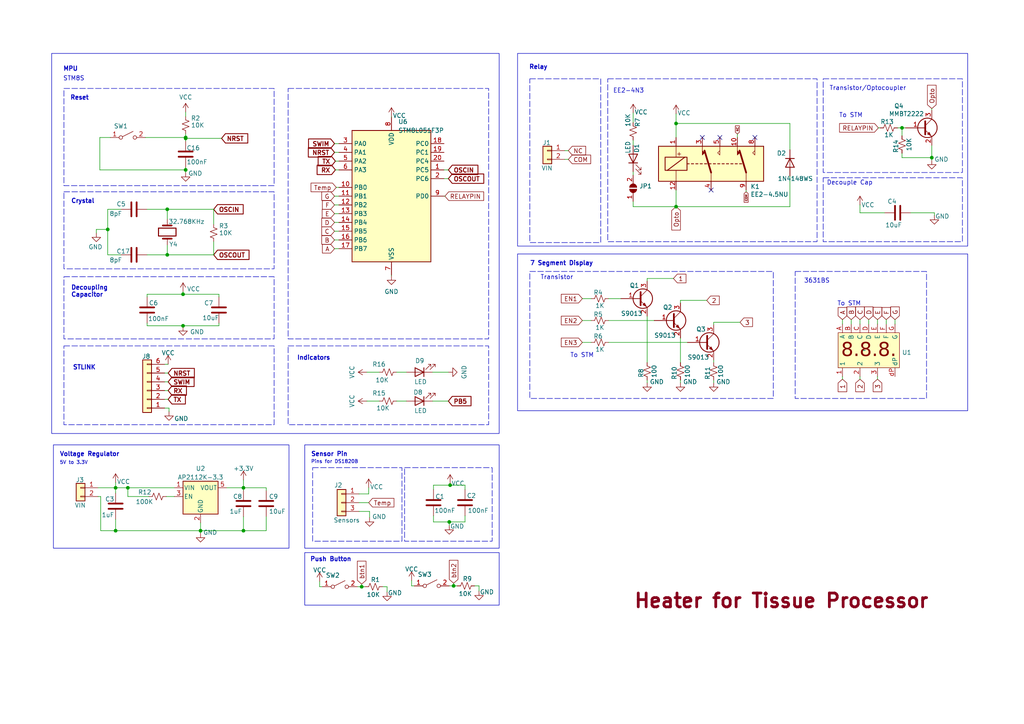
<source format=kicad_sch>
(kicad_sch (version 20230121) (generator eeschema)
  (paper "A4")
  (lib_symbols
    (symbol "3631BS_7_Segment_1"
      (property "Reference" "U" (at 11.43 5.08 0))
      (symbol "3631BS_7_Segment_1_0_1"
        (text "8.8.8." (at 1.27 1.27 0) (effects (font (size 4 4))))
      )
      (symbol "3631BS_7_Segment_1_1_1"
        (pin input line (at -6.35 -6.35 90) (length 2.54) (name "1") (number "1"))
        (pin input line (at -1.27 -6.35 90) (length 2.54) (name "2") (number "2"))
        (pin input line (at 3.81 -6.35 90) (length 2.54) (name "3") (number "3"))
        (pin input line (at -6.35 8.89 270) (length 2.54) (name "A") (number "A"))
        (pin input line (at -3.81 8.89 270) (length 2.54) (name "B") (number "B"))
        (pin input line (at -1.27 8.89 270) (length 2.54) (name "C") (number "C"))
        (pin input line (at 1.27 8.89 270) (length 2.54) (name "D") (number "D"))
        (pin input line (at 3.81 8.89 270) (length 2.54) (name "E") (number "E"))
        (pin input line (at 6.35 8.89 270) (length 2.54) (name "F") (number "F"))
        (pin input line (at 8.89 8.89 270) (length 2.54) (name "G") (number "G"))
        (pin input line (at 8.89 -6.35 90) (length 2.54) (name "dP") (number "dP"))
      )
    )
    (symbol "Connector_Generic:Conn_01x02" (pin_names (offset 1.016) hide)
      (property "Reference" "J" (at 0 2.54 0))
      (property "Value" "Conn_01x02" (at 0 -5.08 0))
      (symbol "Conn_01x02_1_1"
        (pin passive line (at -5.08 0 0) (length 3.81) (name "Pin_1") (number "1"))
        (pin passive line (at -5.08 -2.54 0) (length 3.81) (name "Pin_2") (number "2"))
      )
    )
    (symbol "Connector_Generic:Conn_01x03" (pin_names (offset 1.016) hide)
      (property "Reference" "J" (at 0 5.08 0))
      (property "Value" "Conn_01x03" (at 0 -5.08 0))
      (symbol "Conn_01x03_1_1"
        (pin passive line (at -5.08 2.54 0) (length 3.81) (name "Pin_1") (number "1"))
        (pin passive line (at -5.08 0 0) (length 3.81) (name "Pin_2") (number "2"))
        (pin passive line (at -5.08 -2.54 0) (length 3.81) (name "Pin_3") (number "3"))
      )
    )
    (symbol "Connector_Generic:Conn_01x06" (pin_names (offset 1.016) hide)
      (property "Reference" "J" (at 0 7.62 0))
      (property "Value" "Conn_01x06" (at 0 -10.16 0))
      (symbol "Conn_01x06_1_1"
        (pin passive line (at -5.08 5.08 0) (length 3.81) (name "Pin_1") (number "1"))
        (pin passive line (at -5.08 2.54 0) (length 3.81) (name "Pin_2") (number "2"))
        (pin passive line (at -5.08 0 0) (length 3.81) (name "Pin_3") (number "3"))
        (pin passive line (at -5.08 -2.54 0) (length 3.81) (name "Pin_4") (number "4"))
        (pin passive line (at -5.08 -5.08 0) (length 3.81) (name "Pin_5") (number "5"))
        (pin passive line (at -5.08 -7.62 0) (length 3.81) (name "Pin_6") (number "6"))
      )
    )
    (symbol "Device:C" (pin_numbers hide) (pin_names (offset 0.254))
      (property "Reference" "C" (at 0.635 2.54 0))
      (property "Value" "C" (at 0.635 -2.54 0))
      (symbol "C_1_1"
        (pin passive line (at 0 3.81 270) (length 2.794) (name "~") (number "1"))
        (pin passive line (at 0 -3.81 90) (length 2.794) (name "~") (number "2"))
      )
    )
    (symbol "Device:Crystal" (pin_numbers hide) (pin_names (offset 1.016) hide)
      (property "Reference" "Y" (at 0 3.81 0))
      (property "Value" "Crystal" (at 0 -3.81 0))
      (symbol "Crystal_1_1"
        (pin passive line (at -3.81 0 0) (length 1.27) (name "1") (number "1"))
        (pin passive line (at 3.81 0 180) (length 1.27) (name "2") (number "2"))
      )
    )
    (symbol "Device:LED" (pin_numbers hide) (pin_names (offset 1.016) hide)
      (property "Reference" "D" (at 0 2.54 0))
      (property "Value" "LED" (at 0 -2.54 0))
      (symbol "LED_1_1"
        (pin passive line (at -3.81 0 0) (length 2.54) (name "K") (number "1"))
        (pin passive line (at 3.81 0 180) (length 2.54) (name "A") (number "2"))
      )
    )
    (symbol "Device:R_Small_US" (pin_numbers hide) (pin_names (offset 0.254) hide)
      (property "Reference" "R" (at 0.762 0.508 0))
      (property "Value" "R_Small_US" (at 0.762 -1.016 0))
      (symbol "R_Small_US_1_1"
        (pin passive line (at 0 2.54 270) (length 1.016) (name "~") (number "1"))
        (pin passive line (at 0 -2.54 90) (length 1.016) (name "~") (number "2"))
      )
    )
    (symbol "Diode:1N4148WS" (pin_numbers hide) (pin_names hide)
      (property "Reference" "D" (at 0 2.54 0))
      (property "Value" "1N4148WS" (at 0 -2.54 0))
      (symbol "1N4148WS_1_1"
        (pin passive line (at -3.81 0 0) (length 2.54) (name "K") (number "1"))
        (pin passive line (at 3.81 0 180) (length 2.54) (name "A") (number "2"))
      )
    )
    (symbol "Jumper:SolderJumper_2_Open" (pin_names (offset 0) hide)
      (property "Reference" "JP" (at 0 2.032 0))
      (property "Value" "SolderJumper_2_Open" (at 0 -2.54 0))
      (symbol "SolderJumper_2_Open_1_1"
        (pin passive line (at -3.81 0 0) (length 2.54) (name "A") (number "1"))
        (pin passive line (at 3.81 0 180) (length 2.54) (name "B") (number "2"))
      )
    )
    (symbol "MCU_ST_STM8:STM8L051F3P"
      (property "Reference" "U" (at 1.27 22.86 0))
      (property "Value" "STM8L051F3P" (at 1.27 20.32 0))
      (symbol "STM8L051F3P_1_1"
        (pin bidirectional line (at 15.24 7.62 180) (length 3.81) (name "PC5") (number "1"))
        (pin bidirectional line (at -15.24 2.54 0) (length 3.81) (name "PB0") (number "10"))
        (pin bidirectional line (at -15.24 0 0) (length 3.81) (name "PB1") (number "11"))
        (pin bidirectional line (at -15.24 -2.54 0) (length 3.81) (name "PB2") (number "12"))
        (pin bidirectional line (at -15.24 -5.08 0) (length 3.81) (name "PB3") (number "13"))
        (pin bidirectional line (at -15.24 -7.62 0) (length 3.81) (name "PB4") (number "14"))
        (pin bidirectional line (at -15.24 -10.16 0) (length 3.81) (name "PB5") (number "15"))
        (pin bidirectional line (at -15.24 -12.7 0) (length 3.81) (name "PB6") (number "16"))
        (pin bidirectional line (at -15.24 -15.24 0) (length 3.81) (name "PB7") (number "17"))
        (pin bidirectional line (at 15.24 15.24 180) (length 3.81) (name "PC0") (number "18"))
        (pin bidirectional line (at 15.24 12.7 180) (length 3.81) (name "PC1") (number "19"))
        (pin bidirectional line (at 15.24 5.08 180) (length 3.81) (name "PC6") (number "2"))
        (pin bidirectional line (at 15.24 10.16 180) (length 3.81) (name "PC4") (number "20"))
        (pin power_in line (at -15.24 15.24 0) (length 3.81) (name "PA0") (number "3"))
        (pin bidirectional line (at -15.24 12.7 0) (length 3.81) (name "PA1") (number "4"))
        (pin bidirectional line (at -15.24 10.16 0) (length 3.81) (name "PA2") (number "5"))
        (pin bidirectional line (at -15.24 7.62 0) (length 3.81) (name "PA3") (number "6"))
        (pin power_in line (at 0 -22.86 90) (length 3.81) (name "VSS") (number "7"))
        (pin power_in line (at 0 22.86 270) (length 3.81) (name "VDD") (number "8"))
        (pin bidirectional line (at 15.24 0 180) (length 3.81) (name "PD0") (number "9"))
      )
    )
    (symbol "Regulator_Linear:AP2112K-3.3" (pin_names (offset 0.254))
      (property "Reference" "U" (at -5.08 5.715 0))
      (property "Value" "AP2112K-3.3" (at 0 5.715 0))
      (symbol "AP2112K-3.3_1_1"
        (pin power_in line (at -7.62 2.54 0) (length 2.54) (name "VIN") (number "1"))
        (pin power_in line (at 0 -7.62 90) (length 2.54) (name "GND") (number "2"))
        (pin input line (at -7.62 0 0) (length 2.54) (name "EN") (number "3"))
        (pin no_connect line (at 5.08 0 180) (length 2.54) hide (name "NC") (number "4"))
        (pin power_out line (at 7.62 2.54 180) (length 2.54) (name "VOUT") (number "5"))
      )
    )
    (symbol "Relay:EE2-4.5NU"
      (property "Reference" "K" (at 15.24 8.89 0))
      (property "Value" "EE2-4.5NU" (at 19.05 6.35 0))
      (symbol "EE2-4.5NU_1_1"
        (text "+" (at -9.271 2.921 0) (effects (font (size 1.27 1.27))))
        (pin passive line (at -10.16 7.62 270) (length 2.54) (name "~") (number "1"))
        (pin passive line (at 7.62 7.62 270) (length 2.54) (name "~") (number "10"))
        (pin passive line (at -10.16 -7.62 90) (length 2.54) (name "~") (number "12"))
        (pin passive line (at -2.54 7.62 270) (length 2.54) (name "~") (number "3"))
        (pin passive line (at 0 -7.62 90) (length 2.54) (name "~") (number "4"))
        (pin passive line (at 2.54 7.62 270) (length 2.54) (name "~") (number "5"))
        (pin passive line (at 12.7 7.62 270) (length 2.54) (name "~") (number "8"))
        (pin passive line (at 10.16 -7.62 90) (length 2.54) (name "~") (number "9"))
      )
    )
    (symbol "Switch:SW_SPST" (pin_names (offset 0) hide)
      (property "Reference" "SW" (at 0 3.175 0))
      (property "Value" "SW_SPST" (at 0 -2.54 0))
      (symbol "SW_SPST_1_1"
        (pin passive line (at -5.08 0 0) (length 2.54) (name "A") (number "1"))
        (pin passive line (at 5.08 0 180) (length 2.54) (name "B") (number "2"))
      )
    )
    (symbol "Transistor_BJT:BC850" (pin_names (offset 0) hide)
      (property "Reference" "Q" (at 5.08 1.905 0))
      (property "Value" "BC850" (at 5.08 0 0))
      (symbol "BC850_1_1"
        (pin input line (at -5.08 0 0) (length 5.715) (name "B") (number "1"))
        (pin passive line (at 2.54 -5.08 90) (length 2.54) (name "E") (number "2"))
        (pin passive line (at 2.54 5.08 270) (length 2.54) (name "C") (number "3"))
      )
    )
    (symbol "Transistor_BJT:MMBT3904" (pin_names (offset 0) hide)
      (property "Reference" "Q" (at 5.08 1.905 0))
      (property "Value" "MMBT3904" (at 5.08 0 0))
      (symbol "MMBT3904_1_1"
        (pin input line (at -5.08 0 0) (length 5.715) (name "B") (number "1"))
        (pin passive line (at 2.54 -5.08 90) (length 2.54) (name "E") (number "2"))
        (pin passive line (at 2.54 5.08 270) (length 2.54) (name "C") (number "3"))
      )
    )
    (symbol "power:+3.3V" (power) (pin_names (offset 0))
      (property "Value" "+3.3V" (at 0 3.556 0))
      (symbol "+3.3V_1_1"
        (pin power_in line (at 0 0 90) (length 0) hide (name "+3.3V") (number "1"))
      )
    )
    (symbol "power:GND" (power) (pin_names (offset 0))
      (property "Value" "GND" (at 0 -3.81 0))
      (symbol "GND_1_1"
        (pin power_in line (at 0 0 270) (length 0) hide (name "GND") (number "1"))
      )
    )
    (symbol "power:VCC" (power) (pin_names (offset 0))
      (property "Value" "VCC" (at 0 3.81 0))
      (symbol "VCC_1_1"
        (pin power_in line (at 0 0 90) (length 0) hide (name "VCC") (number "1"))
      )
    )
  )
  (junction (at 33.528 141.478))
  (junction (at 130.302 151.384))
  (junction (at 196.088 59.944))
  (junction (at 130.556 140.716))
  (junction (at 53.848 49.276))
  (junction (at 53.086 85.344))
  (junction (at 196.088 35.814))
  (junction (at 48.514 60.706))
  (junction (at 53.848 40.132))
  (junction (at 53.848 39.878))
  (junction (at 131.572 169.926))
  (junction (at 53.086 94.488))
  (junction (at 261.62 37.084))
  (junction (at 270.256 45.72))
  (junction (at 31.242 66.548))
  (junction (at 70.612 153.924))
  (junction (at 33.528 153.924))
  (junction (at 58.166 153.924))
  (junction (at 37.084 141.478))
  (junction (at 70.612 141.478))
  (junction (at 48.514 73.914))
  (junction (at 104.902 170.18))
  (no_connect (at 208.788 39.878))
  (no_connect (at 203.708 39.878))
  (no_connect (at 206.248 55.118))
  (no_connect (at 218.948 39.878))
  (wire (pts (xy 168.91 86.614) (xy 171.45 86.614)))
  (wire (pts (xy 48.768 115.824) (xy 47.752 115.824)))
  (wire (pts (xy 176.53 92.964) (xy 189.738 92.964)))
  (wire (pts (xy 187.706 80.772) (xy 187.706 81.534)))
  (wire (pts (xy 216.408 55.626) (xy 216.408 55.118)))
  (wire (pts (xy 48.514 73.914) (xy 42.672 73.914)))
  (wire (pts (xy 259.588 92.71) (xy 259.588 93.98)))
  (wire (pts (xy 28.956 39.878) (xy 28.956 49.276)))
  (wire (pts (xy 271.018 61.722) (xy 264.16 61.722)))
  (wire (pts (xy 117.856 107.95) (xy 115.062 107.95)))
  (wire (pts (xy 244.348 109.982) (xy 244.348 109.22)))
  (wire (pts (xy 229.108 59.944) (xy 229.108 51.054)))
  (wire (pts (xy 134.874 149.606) (xy 134.874 151.384)))
  (wire (pts (xy 97.028 41.656) (xy 98.298 41.656)))
  (wire (pts (xy 270.256 31.496) (xy 270.256 32.004)))
  (wire (pts (xy 53.848 38.862) (xy 53.848 39.878)))
  (wire (pts (xy 131.572 169.926) (xy 132.588 169.926)))
  (wire (pts (xy 58.166 153.924) (xy 58.166 151.638)))
  (wire (pts (xy 164.846 46.228) (xy 163.83 46.228)))
  (wire (pts (xy 130.302 169.926) (xy 131.572 169.926)))
  (wire (pts (xy 53.086 94.488) (xy 63.5 94.488)))
  (wire (pts (xy 61.976 65.024) (xy 61.976 60.706)))
  (wire (pts (xy 125.73 151.384) (xy 130.302 151.384)))
  (wire (pts (xy 229.108 35.814) (xy 196.088 35.814)))
  (wire (pts (xy 97.028 67.056) (xy 98.298 67.056)))
  (wire (pts (xy 29.21 153.924) (xy 33.528 153.924)))
  (wire (pts (xy 37.084 144.018) (xy 37.084 141.478)))
  (wire (pts (xy 97.028 44.196) (xy 98.298 44.196)))
  (wire (pts (xy 63.5 85.344) (xy 53.086 85.344)))
  (wire (pts (xy 77.216 141.478) (xy 77.216 142.24)))
  (wire (pts (xy 70.612 139.192) (xy 70.612 141.478)))
  (wire (pts (xy 130.048 116.332) (xy 125.476 116.332)))
  (wire (pts (xy 33.528 139.954) (xy 33.528 141.478)))
  (wire (pts (xy 31.242 60.706) (xy 31.242 66.548)))
  (wire (pts (xy 28.956 49.276) (xy 53.848 49.276)))
  (wire (pts (xy 97.282 49.276) (xy 98.298 49.276)))
  (wire (pts (xy 49.022 119.38) (xy 49.022 118.364)))
  (wire (pts (xy 197.358 87.122) (xy 197.358 87.884)))
  (wire (pts (xy 29.21 144.018) (xy 29.21 153.924)))
  (wire (pts (xy 196.088 35.814) (xy 196.088 39.878)))
  (wire (pts (xy 77.216 153.924) (xy 70.612 153.924)))
  (wire (pts (xy 214.63 93.472) (xy 207.01 93.472)))
  (wire (pts (xy 251.968 92.71) (xy 251.968 93.98)))
  (wire (pts (xy 58.166 154.686) (xy 58.166 153.924)))
  (wire (pts (xy 254.762 37.084) (xy 255.27 37.084)))
  (wire (pts (xy 48.768 108.204) (xy 47.752 108.204)))
  (wire (pts (xy 260.35 37.084) (xy 261.62 37.084)))
  (wire (pts (xy 106.934 141.478) (xy 106.934 143.256)))
  (wire (pts (xy 125.73 140.716) (xy 125.73 141.986)))
  (wire (pts (xy 106.426 116.332) (xy 109.982 116.332)))
  (wire (pts (xy 183.642 58.42) (xy 183.642 59.944)))
  (wire (pts (xy 138.938 169.926) (xy 137.668 169.926)))
  (wire (pts (xy 33.528 150.622) (xy 33.528 153.924)))
  (wire (pts (xy 131.572 169.164) (xy 131.572 169.926)))
  (wire (pts (xy 183.642 49.784) (xy 183.642 50.8)))
  (wire (pts (xy 130.048 51.816) (xy 128.778 51.816)))
  (wire (pts (xy 168.91 92.964) (xy 171.45 92.964)))
  (wire (pts (xy 48.26 144.018) (xy 50.546 144.018)))
  (wire (pts (xy 204.978 87.122) (xy 197.358 87.122)))
  (wire (pts (xy 48.514 73.914) (xy 61.976 73.914)))
  (wire (pts (xy 130.556 140.716) (xy 134.874 140.716)))
  (wire (pts (xy 244.348 92.71) (xy 244.348 93.98)))
  (wire (pts (xy 213.868 38.862) (xy 213.868 39.878)))
  (wire (pts (xy 61.976 60.706) (xy 48.514 60.706)))
  (wire (pts (xy 70.612 153.924) (xy 58.166 153.924)))
  (wire (pts (xy 196.088 59.944) (xy 196.088 55.118)))
  (wire (pts (xy 119.38 169.926) (xy 120.142 169.926)))
  (wire (pts (xy 246.888 92.71) (xy 246.888 93.98)))
  (wire (pts (xy 176.53 86.614) (xy 180.086 86.614)))
  (wire (pts (xy 37.084 141.478) (xy 50.546 141.478)))
  (wire (pts (xy 119.38 168.402) (xy 119.38 169.926)))
  (wire (pts (xy 53.848 40.132) (xy 64.262 40.132)))
  (wire (pts (xy 42.672 93.726) (xy 42.672 94.488)))
  (wire (pts (xy 31.242 66.548) (xy 31.242 73.914)))
  (wire (pts (xy 48.768 113.284) (xy 47.752 113.284)))
  (wire (pts (xy 97.536 54.356) (xy 98.298 54.356)))
  (wire (pts (xy 207.01 93.472) (xy 207.01 94.234)))
  (wire (pts (xy 97.028 72.136) (xy 98.298 72.136)))
  (wire (pts (xy 197.358 110.998) (xy 197.358 110.236)))
  (wire (pts (xy 196.088 33.02) (xy 196.088 35.814)))
  (wire (pts (xy 104.902 169.418) (xy 104.902 170.18)))
  (wire (pts (xy 113.538 80.01) (xy 113.538 79.756)))
  (wire (pts (xy 134.874 140.716) (xy 134.874 141.986)))
  (wire (pts (xy 97.282 46.736) (xy 98.298 46.736)))
  (wire (pts (xy 130.048 107.95) (xy 125.476 107.95)))
  (wire (pts (xy 195.326 80.772) (xy 187.706 80.772)))
  (wire (pts (xy 138.938 171.45) (xy 138.938 169.926)))
  (wire (pts (xy 48.768 110.744) (xy 47.752 110.744)))
  (wire (pts (xy 92.71 170.18) (xy 93.472 170.18)))
  (wire (pts (xy 65.786 141.478) (xy 70.612 141.478)))
  (wire (pts (xy 48.514 71.12) (xy 48.514 73.914)))
  (wire (pts (xy 53.848 40.132) (xy 53.848 40.894)))
  (wire (pts (xy 113.538 33.782) (xy 113.538 34.036)))
  (wire (pts (xy 42.164 39.878) (xy 53.848 39.878)))
  (wire (pts (xy 97.028 59.436) (xy 98.298 59.436)))
  (wire (pts (xy 183.642 32.766) (xy 183.642 35.56)))
  (wire (pts (xy 207.01 110.998) (xy 207.01 110.236)))
  (wire (pts (xy 53.848 40.132) (xy 53.848 39.878)))
  (wire (pts (xy 125.73 140.716) (xy 130.556 140.716)))
  (wire (pts (xy 49.022 118.364) (xy 47.752 118.364)))
  (wire (pts (xy 129.032 56.896) (xy 128.778 56.896)))
  (wire (pts (xy 107.188 150.114) (xy 107.188 148.336)))
  (wire (pts (xy 42.672 86.106) (xy 42.672 85.344)))
  (wire (pts (xy 106.426 107.95) (xy 109.982 107.95)))
  (wire (pts (xy 53.848 50.038) (xy 53.848 49.276)))
  (wire (pts (xy 42.672 94.488) (xy 53.086 94.488)))
  (wire (pts (xy 31.242 73.914) (xy 35.052 73.914)))
  (wire (pts (xy 33.528 153.924) (xy 58.166 153.924)))
  (wire (pts (xy 28.448 141.478) (xy 33.528 141.478)))
  (wire (pts (xy 249.428 109.982) (xy 249.428 109.22)))
  (wire (pts (xy 130.302 151.384) (xy 130.302 152.4)))
  (wire (pts (xy 106.934 143.256) (xy 104.14 143.256)))
  (wire (pts (xy 271.018 62.484) (xy 271.018 61.722)))
  (wire (pts (xy 53.086 94.488) (xy 53.086 94.742)))
  (wire (pts (xy 48.514 60.706) (xy 48.514 63.5)))
  (wire (pts (xy 27.94 66.548) (xy 31.242 66.548)))
  (wire (pts (xy 43.18 144.018) (xy 37.084 144.018)))
  (wire (pts (xy 261.62 37.084) (xy 262.636 37.084)))
  (wire (pts (xy 97.028 61.976) (xy 98.298 61.976)))
  (wire (pts (xy 70.612 141.478) (xy 70.612 142.24)))
  (wire (pts (xy 27.94 67.564) (xy 27.94 66.548)))
  (wire (pts (xy 92.71 168.656) (xy 92.71 170.18)))
  (wire (pts (xy 63.5 86.106) (xy 63.5 85.344)))
  (wire (pts (xy 63.5 94.488) (xy 63.5 93.726)))
  (wire (pts (xy 53.848 32.512) (xy 53.848 33.782)))
  (wire (pts (xy 257.048 92.71) (xy 257.048 93.98)))
  (wire (pts (xy 77.216 149.86) (xy 77.216 153.924)))
  (wire (pts (xy 112.268 170.18) (xy 110.998 170.18)))
  (wire (pts (xy 53.086 85.344) (xy 53.086 84.582)))
  (wire (pts (xy 61.976 73.914) (xy 61.976 70.104)))
  (wire (pts (xy 104.902 170.18) (xy 105.918 170.18)))
  (wire (pts (xy 53.848 49.276) (xy 53.848 48.514)))
  (wire (pts (xy 35.052 60.706) (xy 31.242 60.706)))
  (wire (pts (xy 229.108 43.434) (xy 229.108 35.814)))
  (wire (pts (xy 42.672 60.706) (xy 48.514 60.706)))
  (wire (pts (xy 28.448 144.018) (xy 29.21 144.018)))
  (wire (pts (xy 70.612 149.86) (xy 70.612 153.924)))
  (wire (pts (xy 97.028 56.896) (xy 98.298 56.896)))
  (wire (pts (xy 97.028 69.596) (xy 98.298 69.596)))
  (wire (pts (xy 42.672 85.344) (xy 53.086 85.344)))
  (wire (pts (xy 106.934 145.796) (xy 104.14 145.796)))
  (wire (pts (xy 125.73 149.606) (xy 125.73 151.384)))
  (wire (pts (xy 196.088 59.944) (xy 183.642 59.944)))
  (wire (pts (xy 130.556 140.208) (xy 130.556 140.716)))
  (wire (pts (xy 112.268 171.704) (xy 112.268 170.18)))
  (wire (pts (xy 196.088 59.944) (xy 229.108 59.944)))
  (wire (pts (xy 270.256 45.72) (xy 270.256 42.164)))
  (wire (pts (xy 183.642 42.164) (xy 183.642 40.64)))
  (wire (pts (xy 261.62 45.72) (xy 270.256 45.72)))
  (wire (pts (xy 176.53 99.314) (xy 199.39 99.314)))
  (wire (pts (xy 33.528 143.002) (xy 33.528 141.478)))
  (wire (pts (xy 187.706 91.694) (xy 187.706 105.156)))
  (wire (pts (xy 197.358 98.044) (xy 197.358 105.156)))
  (wire (pts (xy 47.752 105.664) (xy 48.768 105.664)))
  (wire (pts (xy 207.01 104.394) (xy 207.01 105.156)))
  (wire (pts (xy 130.048 49.276) (xy 128.778 49.276)))
  (wire (pts (xy 249.428 59.436) (xy 249.428 61.722)))
  (wire (pts (xy 261.62 44.45) (xy 261.62 45.72)))
  (wire (pts (xy 254.508 92.71) (xy 254.508 93.98)))
  (wire (pts (xy 117.856 116.332) (xy 115.062 116.332)))
  (wire (pts (xy 107.188 148.336) (xy 104.14 148.336)))
  (wire (pts (xy 261.62 39.37) (xy 261.62 37.084)))
  (wire (pts (xy 97.028 64.516) (xy 98.298 64.516)))
  (wire (pts (xy 254.508 109.982) (xy 254.508 109.22)))
  (wire (pts (xy 187.706 110.998) (xy 187.706 110.236)))
  (wire (pts (xy 249.428 92.71) (xy 249.428 93.98)))
  (wire (pts (xy 103.632 170.18) (xy 104.902 170.18)))
  (wire (pts (xy 168.91 99.314) (xy 171.45 99.314)))
  (wire (pts (xy 270.256 45.72) (xy 270.256 46.482)))
  (wire (pts (xy 164.846 43.688) (xy 163.83 43.688)))
  (wire (pts (xy 32.004 39.878) (xy 28.956 39.878)))
  (wire (pts (xy 33.528 141.478) (xy 37.084 141.478)))
  (wire (pts (xy 130.302 151.384) (xy 134.874 151.384)))
  (wire (pts (xy 249.428 61.722) (xy 256.54 61.722)))
  (wire (pts (xy 70.612 141.478) (xy 77.216 141.478)))
  (rectangle (start 117.348 135.636) (end 142.748 156.972) (stroke (width 0) (type dash)))
  (rectangle (start 176.276 22.86) (end 236.982 70.104) (stroke (width 0) (type dash)))
  (rectangle (start 238.76 22.86) (end 279.146 50.038) (stroke (width 0) (type dash)))
  (rectangle (start 230.632 78.74) (end 268.732 115.57) (stroke (width 0) (type dash)))
  (rectangle (start 18.542 80.264) (end 79.502 98.298) (stroke (width 0) (type dash)))
  (rectangle (start 18.542 100.33) (end 79.502 123.19) (stroke (width 0) (type dash)))
  (rectangle (start 150.114 15.494) (end 280.67 71.374))
  (rectangle (start 90.678 135.636) (end 116.586 156.972) (stroke (width 0) (type dash)))
  (rectangle (start 153.67 22.86) (end 174.244 70.358) (stroke (width 0) (type dash)))
  (rectangle (start 88.392 160.274) (end 144.78 175.514))
  (rectangle (start 150.114 73.66) (end 280.67 119.126))
  (rectangle (start 15.494 129.032) (end 83.82 159.004))
  (rectangle (start 18.542 25.654) (end 79.502 53.848) (stroke (width 0) (type dash)))
  (rectangle (start 83.566 100.33) (end 141.732 123.19) (stroke (width 0) (type dash)))
  (rectangle (start 88.392 129.032) (end 144.78 159.004))
  (rectangle (start 153.67 78.74) (end 224.282 115.57) (stroke (width 0) (type dash)))
  (rectangle (start 14.986 15.494) (end 144.78 125.73))
  (rectangle (start 18.542 55.626) (end 79.502 77.978) (stroke (width 0) (type dash)))
  (rectangle (start 83.566 25.654) (end 141.732 98.298) (stroke (width 0) (type dash)))
  (rectangle (start 238.76 51.562) (end 279.146 70.104) (stroke (width 0) (type dash)))
  (text "5V to 3.3V\n" (at 17.272 134.874 0) (effects (font (size 1 1)) (justify left bottom)))
  (text "Reset\n" (at 20.32 29.21 0) (effects (font (size 1.27 1.27) bold) (justify left bottom)))
  (text "To STM\n" (at 243.332 34.29 0) (effects (font (size 1.27 1.27)) (justify left bottom)))
  (text "Indicators\n" (at 86.106 104.648 0) (effects (font (size 1.27 1.27) bold) (justify left bottom)))
  (text "STLINK\n" (at 21.082 107.442 0) (effects (font (size 1.27 1.27) bold) (justify left bottom)))
  (text "Sensor Pin" (at 90.17 132.588 0) (effects (font (size 1.27 1.27) bold) (justify left bottom)))
  (text "To STM\n" (at 165.354 103.886 0) (effects (font (size 1.27 1.27)) (justify left bottom)))
  (text "7 Segment Display" (at 153.67 77.216 0) (effects (font (size 1.27 1.27) (thickness 0.254) bold) (justify left bottom)))
  (text "Decoupling \nCapacitor\n" (at 20.574 86.36 0) (effects (font (size 1.27 1.27) bold) (justify left bottom)))
  (text "EE2-4N3\n" (at 177.8 27.178 0) (effects (font (size 1.27 1.27)) (justify left bottom)))
  (text "To STM\n" (at 242.824 88.9 0) (effects (font (size 1.27 1.27)) (justify left bottom)))
  (text "Push Button\n" (at 89.916 163.068 0) (effects (font (size 1.27 1.27) (thickness 0.254) bold) (justify left bottom)))
  (text "Heater for Tissue Processor\n" (at 183.642 176.784 0) (effects (font (size 4 4) bold) (justify left bottom)))
  (text "Decouple Cap\n" (at 239.776 53.848 0) (effects (font (size 1.27 1.27)) (justify left bottom)))
  (text "Relay\n" (at 153.416 20.32 0) (effects (font (size 1.27 1.27) bold) (justify left bottom)))
  (text "Voltage Regulator\n" (at 17.272 132.588 0) (effects (font (size 1.27 1.27) bold) (justify left bottom)))
  (text "Transistor" (at 156.718 81.28 0) (effects (font (size 1.27 1.27)) (justify left bottom)))
  (text "STM8S\n" (at 18.288 23.622 0) (effects (font (size 1.27 1.27)) (justify left bottom)))
  (text "MPU\n" (at 18.288 20.828 0) (effects (font (size 1.27 1.27) (thickness 0.254) bold) (justify left bottom)))
  (text "Transistor/Optocoupler\n" (at 240.538 26.416 0) (effects (font (size 1.27 1.27)) (justify left bottom)))
  (text "3631BS\n" (at 233.172 82.296 0) (effects (font (size 1.27 1.27)) (justify left bottom)))
  (text "Pins for DS1820B\n" (at 90.17 134.62 0) (effects (font (size 1 1)) (justify left bottom)))
  (text "Crystal\n" (at 20.574 59.182 0) (effects (font (size 1.27 1.27) bold) (justify left bottom)))
  (global_label "Opto" (shape input) (at 196.088 59.944 270) (property "Intersheetrefs" "${INTERSHEET_REFS}" (effects hide)))
  (global_label "OSCOUT" (shape input) (at 130.048 51.816 0) (effects (font bold)) (property "Intersheetrefs" "${INTERSHEET_REFS}" (effects hide)))
  (global_label "COM" (shape input) (at 164.846 46.228 0) (property "Intersheetrefs" "${INTERSHEET_REFS}" (effects hide)))
  (global_label "A" (shape input) (at 97.028 72.136 180) (property "Intersheetrefs" "${INTERSHEET_REFS}" (effects hide)))
  (global_label "btn1" (shape input) (at 104.902 169.418 90) (property "Intersheetrefs" "${INTERSHEET_REFS}" (effects hide)))
  (global_label "EN3" (shape input) (at 168.91 99.314 180) (property "Intersheetrefs" "${INTERSHEET_REFS}" (effects hide)))
  (global_label "C" (shape input) (at 97.028 67.056 180) (property "Intersheetrefs" "${INTERSHEET_REFS}" (effects hide)))
  (global_label "RELAYPIN" (shape input) (at 254.762 37.084 180) (property "Intersheetrefs" "${INTERSHEET_REFS}" (effects hide)))
  (global_label "OSCIN" (shape input) (at 130.048 49.276 0) (effects (font bold)) (property "Intersheetrefs" "${INTERSHEET_REFS}" (effects hide)))
  (global_label "COM" (shape input) (at 216.408 55.626 270) (effects (font (size 0.6 0.6))) (property "Intersheetrefs" "${INTERSHEET_REFS}" (effects hide)))
  (global_label "Opto" (shape input) (at 270.256 31.496 90) (property "Intersheetrefs" "${INTERSHEET_REFS}" (effects hide)))
  (global_label "btn2" (shape input) (at 131.572 169.164 90) (property "Intersheetrefs" "${INTERSHEET_REFS}" (effects hide)))
  (global_label "SWIM" (shape input) (at 97.028 41.656 180) (effects (font bold)) (property "Intersheetrefs" "${INTERSHEET_REFS}" (effects hide)))
  (global_label "EN1" (shape input) (at 168.91 86.614 180) (property "Intersheetrefs" "${INTERSHEET_REFS}" (effects hide)))
  (global_label "3" (shape input) (at 254.508 109.982 270) (property "Intersheetrefs" "${INTERSHEET_REFS}" (effects hide)))
  (global_label "F" (shape input) (at 257.048 92.71 90) (property "Intersheetrefs" "${INTERSHEET_REFS}" (effects hide)))
  (global_label "PB5" (shape input) (at 130.048 116.332 0) (effects (font bold)) (property "Intersheetrefs" "${INTERSHEET_REFS}" (effects hide)))
  (global_label "E" (shape input) (at 97.028 61.976 180) (property "Intersheetrefs" "${INTERSHEET_REFS}" (effects hide)))
  (global_label "B" (shape input) (at 97.028 69.596 180) (property "Intersheetrefs" "${INTERSHEET_REFS}" (effects hide)))
  (global_label "RX" (shape input) (at 97.282 49.276 180) (effects (font bold)) (property "Intersheetrefs" "${INTERSHEET_REFS}" (effects hide)))
  (global_label "TX" (shape input) (at 48.768 115.824 0) (effects (font bold)) (property "Intersheetrefs" "${INTERSHEET_REFS}" (effects hide)))
  (global_label "NRST" (shape input) (at 97.028 44.196 180) (effects (font bold)) (property "Intersheetrefs" "${INTERSHEET_REFS}" (effects hide)))
  (global_label "E" (shape input) (at 254.508 92.71 90) (property "Intersheetrefs" "${INTERSHEET_REFS}" (effects hide)))
  (global_label "2" (shape input) (at 204.978 87.122 0) (property "Intersheetrefs" "${INTERSHEET_REFS}" (effects hide)))
  (global_label "1" (shape input) (at 244.348 109.982 270) (property "Intersheetrefs" "${INTERSHEET_REFS}" (effects hide)))
  (global_label "NRST" (shape input) (at 64.262 40.132 0) (effects (font bold)) (property "Intersheetrefs" "${INTERSHEET_REFS}" (effects hide)))
  (global_label "3" (shape input) (at 214.63 93.472 0) (property "Intersheetrefs" "${INTERSHEET_REFS}" (effects hide)))
  (global_label "1" (shape input) (at 195.326 80.772 0) (property "Intersheetrefs" "${INTERSHEET_REFS}" (effects hide)))
  (global_label "NC" (shape input) (at 213.868 38.862 90) (effects (font (size 0.6 0.6))) (property "Intersheetrefs" "${INTERSHEET_REFS}" (effects hide)))
  (global_label "B" (shape input) (at 246.888 92.71 90) (property "Intersheetrefs" "${INTERSHEET_REFS}" (effects hide)))
  (global_label "D" (shape input) (at 97.028 64.516 180) (property "Intersheetrefs" "${INTERSHEET_REFS}" (effects hide)))
  (global_label "NRST" (shape input) (at 48.768 108.204 0) (effects (font bold)) (property "Intersheetrefs" "${INTERSHEET_REFS}" (effects hide)))
  (global_label "SWIM" (shape input) (at 48.768 110.744 0) (effects (font bold)) (property "Intersheetrefs" "${INTERSHEET_REFS}" (effects hide)))
  (global_label "OSCIN" (shape input) (at 61.976 60.706 0) (effects (font bold)) (property "Intersheetrefs" "${INTERSHEET_REFS}" (effects hide)))
  (global_label "OSCOUT" (shape input) (at 61.976 73.914 0) (effects (font bold)) (property "Intersheetrefs" "${INTERSHEET_REFS}" (effects hide)))
  (global_label "A" (shape input) (at 244.348 92.71 90) (property "Intersheetrefs" "${INTERSHEET_REFS}" (effects hide)))
  (global_label "C" (shape input) (at 249.428 92.71 90) (property "Intersheetrefs" "${INTERSHEET_REFS}" (effects hide)))
  (global_label "D" (shape input) (at 251.968 92.71 90) (property "Intersheetrefs" "${INTERSHEET_REFS}" (effects hide)))
  (global_label "Temp" (shape input) (at 97.536 54.356 180) (property "Intersheetrefs" "${INTERSHEET_REFS}" (effects hide)))
  (global_label "RELAYPIN" (shape input) (at 129.032 56.896 0) (property "Intersheetrefs" "${INTERSHEET_REFS}" (effects hide)))
  (global_label "Temp" (shape input) (at 106.934 145.796 0) (property "Intersheetrefs" "${INTERSHEET_REFS}" (effects hide)))
  (global_label "NC" (shape input) (at 164.846 43.688 0) (property "Intersheetrefs" "${INTERSHEET_REFS}" (effects hide)))
  (global_label "2" (shape input) (at 249.428 109.982 270) (property "Intersheetrefs" "${INTERSHEET_REFS}" (effects hide)))
  (global_label "EN2" (shape input) (at 168.91 92.964 180) (property "Intersheetrefs" "${INTERSHEET_REFS}" (effects hide)))
  (global_label "TX" (shape input) (at 97.282 46.736 180) (effects (font bold)) (property "Intersheetrefs" "${INTERSHEET_REFS}" (effects hide)))
  (global_label "G" (shape input) (at 259.588 92.71 90) (property "Intersheetrefs" "${INTERSHEET_REFS}" (effects hide)))
  (global_label "G" (shape input) (at 97.028 56.896 180) (property "Intersheetrefs" "${INTERSHEET_REFS}" (effects hide)))
  (global_label "RX" (shape input) (at 48.768 113.284 0) (effects (font bold)) (property "Intersheetrefs" "${INTERSHEET_REFS}" (effects hide)))
  (global_label "F" (shape input) (at 97.028 59.436 180) (property "Intersheetrefs" "${INTERSHEET_REFS}" (effects hide)))
  (symbol (lib_id "power:GND") (at 107.188 150.114 0) (unit 1)
    (property "Reference" "#PWR010" (effects hide))
    (property "Value" "GND" (at 109.982 149.86 0))
  )
  (symbol (lib_id "Device:LED") (at 183.642 45.974 90) (unit 1)
    (property "Reference" "D1" (at 184.658 41.656 0) (effects (justify right)))
    (property "Value" "LED" (at 182.118 40.894 0) (effects (justify right)))
    (property "Footprint" "LED_SMD:LED_0805_2012Metric_Pad1.15x1.40mm_HandSolder" (effects hide))
  )
  (symbol (lib_id "Switch:SW_SPST") (at 37.084 39.878 0) (unit 1)
    (property "Reference" "SW1" (at 35.052 36.576 0))
    (property "Value" "SW_SPST" (effects hide))
    (property "Footprint" "Button_Switch_THT:SW_PUSH_6mm_H5mm" (effects hide))
  )
  (symbol (lib_id "power:GND") (at 187.706 110.998 0) (unit 1)
    (property "Reference" "#PWR014" (effects hide))
    (property "Value" "GND" (at 190.5 110.744 0))
  )
  (symbol (lib_id "Connector_Generic:Conn_01x03") (at 99.06 145.796 0) (mirror y) (unit 1)
    (property "Reference" "J2" (at 99.314 140.716 0) (effects (justify left)))
    (property "Value" "Sensors" (at 104.394 150.876 0) (effects (justify left)))
    (property "Footprint" "Connector_JST:JST_XH_B3B-XH-A_1x03_P2.50mm_Vertical" (effects hide))
  )
  (symbol (lib_id "power:GND") (at 197.358 110.998 0) (unit 1)
    (property "Reference" "#PWR018" (effects hide))
    (property "Value" "GND" (at 200.152 110.744 0))
  )
  (symbol (lib_id "power:GND") (at 130.302 152.4 0) (unit 1)
    (property "Reference" "#PWR015" (effects hide))
    (property "Value" "GND" (at 132.588 152.654 0))
  )
  (symbol (lib_id "power:GND") (at 53.086 94.742 0) (unit 1)
    (property "Reference" "#PWR04" (effects hide))
    (property "Value" "GND" (at 57.15 96.266 0))
  )
  (symbol (lib_id "Device:C") (at 38.862 73.914 270) (unit 1)
    (property "Reference" "C17" (at 33.782 72.898 90) (effects (justify left)))
    (property "Value" "8pF" (at 31.75 75.438 90) (effects (justify left)))
    (property "Footprint" "Capacitor_SMD:C_0603_1608Metric_Pad1.08x0.95mm_HandSolder" (effects hide))
  )
  (symbol (lib_id "power:VCC") (at 249.428 59.436 0) (unit 1)
    (property "Reference" "#PWR022" (effects hide))
    (property "Value" "VCC" (at 251.714 59.436 0))
  )
  (symbol (lib_id "Device:C") (at 63.5 89.916 0) (unit 1)
    (property "Reference" "C7" (at 59.182 87.884 0) (effects (justify left)))
    (property "Value" "10uF" (at 58.674 92.202 0) (effects (justify left)))
    (property "Footprint" "Capacitor_SMD:C_0805_2012Metric_Pad1.18x1.45mm_HandSolder" (effects hide))
  )
  (symbol (lib_id "Device:LED") (at 121.666 116.332 180) (unit 1)
    (property "Reference" "D8" (at 119.888 113.792 0) (effects (justify right)))
    (property "Value" "LED" (at 120.142 119.126 0) (effects (justify right)))
    (property "Footprint" "LED_SMD:LED_1206_3216Metric_Pad1.42x1.75mm_HandSolder" (effects hide))
  )
  (symbol (lib_id "Device:R_Small_US") (at 187.706 107.696 0) (unit 1)
    (property "Reference" "R8" (at 185.928 108.204 90))
    (property "Value" "100" (at 189.738 107.696 90))
    (property "Footprint" "Resistor_SMD:R_0603_1608Metric_Pad0.98x0.95mm_HandSolder" (effects hide))
  )
  (symbol (lib_id "Device:LED") (at 121.666 107.95 180) (unit 1)
    (property "Reference" "D9" (at 120.396 104.648 0) (effects (justify right)))
    (property "Value" "LED" (at 120.142 110.744 0) (effects (justify right)))
    (property "Footprint" "LED_SMD:LED_1206_3216Metric_Pad1.42x1.75mm_HandSolder" (effects hide))
  )
  (symbol (lib_id "Transistor_BJT:BC850") (at 194.818 92.964 0) (unit 1)
    (property "Reference" "Q2" (at 192.278 89.154 0) (effects (justify left)))
    (property "Value" "S9013" (at 189.738 97.282 0) (effects (justify left)))
    (property "Footprint" "Package_TO_SOT_SMD:SOT-23" (effects hide))
    (property "Datasheet" "http://www.infineon.com/dgdl/Infineon-BC847SERIES_BC848SERIES_BC849SERIES_BC850SERIES-DS-v01_01-en.pdf?fileId=db3a304314dca389011541d4630a1657" (effects hide))
  )
  (symbol (lib_id "Transistor_BJT:BC850") (at 204.47 99.314 0) (unit 1)
    (property "Reference" "Q3" (at 201.93 95.504 0) (effects (justify left)))
    (property "Value" "S9013" (at 199.39 103.632 0) (effects (justify left)))
    (property "Footprint" "Package_TO_SOT_SMD:SOT-23" (effects hide))
    (property "Datasheet" "http://www.infineon.com/dgdl/Infineon-BC847SERIES_BC848SERIES_BC849SERIES_BC850SERIES-DS-v01_01-en.pdf?fileId=db3a304314dca389011541d4630a1657" (effects hide))
  )
  (symbol (lib_id "Device:C") (at 42.672 89.916 0) (unit 1)
    (property "Reference" "C6" (at 43.18 87.884 0) (effects (justify left)))
    (property "Value" "100nF" (at 42.926 92.456 0) (effects (justify left)))
    (property "Footprint" "Capacitor_SMD:C_0805_2012Metric_Pad1.18x1.45mm_HandSolder" (effects hide))
  )
  (symbol (lib_id "power:GND") (at 138.938 171.45 0) (unit 1)
    (property "Reference" "#PWR019" (effects hide))
    (property "Value" "GND" (at 141.224 171.704 0))
  )
  (symbol (lib_id "Device:R_Small_US") (at 53.848 36.322 180) (unit 1)
    (property "Reference" "R2" (at 55.372 34.29 0) (effects (justify right)))
    (property "Value" "10K" (at 55.372 36.322 0) (effects (justify right)))
    (property "Footprint" "Resistor_SMD:R_0805_2012Metric_Pad1.20x1.40mm_HandSolder" (effects hide))
  )
  (symbol (lib_id "Device:R_Small_US") (at 173.99 86.614 270) (unit 1)
    (property "Reference" "R4" (at 173.482 84.836 90))
    (property "Value" "1K" (at 173.99 88.646 90))
    (property "Footprint" "Resistor_SMD:R_0603_1608Metric_Pad0.98x0.95mm_HandSolder" (effects hide))
  )
  (symbol (lib_id "Device:C") (at 70.612 146.05 0) (unit 1)
    (property "Reference" "C8" (at 67.564 144.018 0) (effects (justify left)))
    (property "Value" "1uF" (at 66.548 148.336 0) (effects (justify left)))
    (property "Footprint" "Capacitor_SMD:C_0603_1608Metric_Pad1.08x0.95mm_HandSolder" (effects hide))
  )
  (symbol (lib_id "Jumper:SolderJumper_2_Open") (at 183.642 54.61 90) (unit 1)
    (property "Reference" "JP1" (at 185.42 53.975 90) (effects (justify right)))
    (property "Value" "SolderJumper_2_Open" (effects hide))
    (property "Footprint" "Jumper:SolderJumper-2_P1.3mm_Open_TrianglePad1.0x1.5mm" (effects hide))
  )
  (symbol (lib_id "power:VCC") (at 33.528 139.954 0) (unit 1)
    (property "Reference" "#PWR021" (effects hide))
    (property "Value" "VCC" (at 35.814 139.7 0))
  )
  (symbol (lib_id "Device:C") (at 38.862 60.706 270) (unit 1)
    (property "Reference" "C5" (at 33.782 59.182 90) (effects (justify left)))
    (property "Value" "8pF" (at 31.75 61.976 90) (effects (justify left)))
    (property "Footprint" "Capacitor_SMD:C_0805_2012Metric_Pad1.18x1.45mm_HandSolder" (effects hide))
  )
  (symbol (lib_id "power:+3.3V") (at 70.612 139.192 0) (unit 1)
    (property "Reference" "#PWR024" (effects hide))
    (property "Value" "+3.3V" (at 70.612 135.89 0))
  )
  (symbol (lib_id "Device:R_Small_US") (at 108.458 170.18 270) (unit 1)
    (property "Reference" "R1" (at 110.236 168.148 90) (effects (justify right)))
    (property "Value" "10K" (at 110.236 172.466 90) (effects (justify right)))
    (property "Footprint" "Resistor_SMD:R_0603_1608Metric_Pad0.98x0.95mm_HandSolder" (effects hide))
  )
  (symbol (lib_id "Switch:SW_SPST") (at 98.552 170.18 0) (unit 1)
    (property "Reference" "SW2" (at 96.52 166.878 0))
    (property "Value" "SW_SPST" (effects hide))
    (property "Footprint" "Button_Switch_THT:SW_PUSH_6mm_H13mm" (effects hide))
  )
  (symbol (lib_id "Device:R_Small_US") (at 61.976 67.564 180) (unit 1)
    (property "Reference" "R3" (at 63.5 65.532 0) (effects (justify right)))
    (property "Value" "10K" (at 63.5 67.564 0) (effects (justify right)))
    (property "Footprint" "Resistor_SMD:R_0805_2012Metric_Pad1.20x1.40mm_HandSolder" (effects hide))
  )
  (symbol (lib_id "power:GND") (at 53.848 50.038 0) (unit 1)
    (property "Reference" "#PWR029" (effects hide))
    (property "Value" "GND" (at 56.642 50.292 0))
  )
  (symbol (lib_id "power:VCC") (at 106.426 116.332 90) (unit 1)
    (property "Reference" "#PWR035" (effects hide))
    (property "Value" "VCC" (at 102.108 116.332 0))
  )
  (symbol (lib_id "power:VCC") (at 48.768 105.664 0) (unit 1)
    (property "Reference" "#PWR02" (effects hide))
    (property "Value" "VCC" (at 48.768 102.362 0))
  )
  (symbol (lib_id "Device:R_Small_US") (at 112.522 116.332 90) (unit 1)
    (property "Reference" "R15" (at 111.887 114.046 90) (effects (justify left)))
    (property "Value" "10K" (at 113.03 118.364 90) (effects (justify left)))
    (property "Footprint" "Resistor_SMD:R_0805_2012Metric_Pad1.20x1.40mm_HandSolder" (effects hide))
  )
  (symbol (lib_id "power:GND") (at 270.256 46.482 0) (unit 1)
    (property "Reference" "#PWR026" (effects hide))
    (property "Value" "GND" (at 273.05 46.228 0))
  )
  (symbol (lib_id "Device:R_Small_US") (at 257.81 37.084 270) (unit 1)
    (property "Reference" "R13" (at 257.302 35.306 90))
    (property "Value" "1K" (at 257.81 39.116 90))
    (property "Footprint" "Resistor_SMD:R_0603_1608Metric_Pad0.98x0.95mm_HandSolder" (effects hide))
  )
  (symbol (lib_id "Device:R_Small_US") (at 183.642 38.1 0) (unit 1)
    (property "Reference" "R7" (at 184.912 36.83 90) (effects (justify left)))
    (property "Value" "10K" (at 182.118 36.83 90) (effects (justify left)))
    (property "Footprint" "Resistor_SMD:R_0603_1608Metric_Pad0.98x0.95mm_HandSolder" (effects hide))
  )
  (symbol (lib_id "power:VCC") (at 183.642 32.766 0) (unit 1)
    (property "Reference" "#PWR013" (effects hide))
    (property "Value" "VCC" (at 185.928 32.512 0))
  )
  (symbol (lib_id "power:GND") (at 112.268 171.704 0) (unit 1)
    (property "Reference" "#PWR011" (effects hide))
    (property "Value" "GND" (at 114.554 171.958 0))
  )
  (symbol (lib_id "Switch:SW_SPST") (at 125.222 169.926 0) (unit 1)
    (property "Reference" "SW3" (at 123.19 166.624 0))
    (property "Value" "SW_SPST" (effects hide))
    (property "Footprint" "Button_Switch_THT:SW_PUSH_6mm_H13mm" (effects hide))
  )
  (symbol (lib_id "power:VCC") (at 196.088 33.02 0) (unit 1)
    (property "Reference" "#PWR017" (effects hide))
    (property "Value" "VCC" (at 198.374 32.766 0))
  )
  (symbol (lib_id "power:GND") (at 58.166 154.686 0) (unit 1)
    (property "Reference" "#PWR023" (effects hide))
    (property "Value" "GND" (at 60.96 154.432 0))
  )
  (symbol (lib_id "Device:Crystal") (at 48.514 67.31 90) (unit 1)
    (property "Reference" "Y4" (at 50.292 70.866 90))
    (property "Value" "32.768KHz" (at 54.102 64.262 90))
    (property "Footprint" "Crystal:Crystal_HC49-4H_Vertical" (effects hide))
  )
  (symbol (lib_id "power:VCC") (at 119.38 168.402 0) (unit 1)
    (property "Reference" "#PWR012" (effects hide))
    (property "Value" "VCC" (at 119.38 165.1 0))
  )
  (symbol (lib_id "Diode:1N4148WS") (at 229.108 47.244 270) (unit 1)
    (property "Reference" "D2" (at 225.298 44.45 90) (effects (justify left)))
    (property "Value" "1N4148WS" (at 225.552 51.816 90) (effects (justify left)))
    (property "Footprint" "Diode_SMD:D_SOD-323" (effects hide))
    (property "Datasheet" "https://www.vishay.com/docs/85751/1n4148ws.pdf" (effects hide))
    (property "Sim.Device" "D" (effects hide))
    (property "Sim.Pins" "1=K 2=A" (effects hide))
  )
  (symbol (lib_id "power:VCC") (at 106.934 141.478 0) (unit 1)
    (property "Reference" "#PWR09" (effects hide))
    (property "Value" "VCC" (at 109.22 141.224 0))
  )
  (symbol (lib_id "Device:R_Small_US") (at 173.99 92.964 270) (unit 1)
    (property "Reference" "R5" (at 173.482 91.186 90))
    (property "Value" "1K" (at 173.99 94.996 90))
    (property "Footprint" "Resistor_SMD:R_0603_1608Metric_Pad0.98x0.95mm_HandSolder" (effects hide))
  )
  (symbol (lib_id "Device:R_Small_US") (at 197.358 107.696 0) (unit 1)
    (property "Reference" "R10" (at 195.58 108.204 90))
    (property "Value" "100" (at 199.39 107.696 90))
    (property "Footprint" "Resistor_SMD:R_0603_1608Metric_Pad0.98x0.95mm_HandSolder" (effects hide))
  )
  (symbol (lib_id "Relay:EE2-4.5NU") (at 206.248 47.498 0) (unit 1)
    (property "Reference" "K1" (at 217.678 54.102 0) (effects (justify left)))
    (property "Value" "EE2-4.5NU" (at 217.678 56.388 0) (effects (justify left)))
    (property "Footprint" "Relay_SMD:Relay_DPDT_Kemet_EE2_NU" (effects hide))
    (property "Datasheet" "https://content.kemet.com/datasheets/KEM_R7002_EC2_EE2.pdf" (effects hide))
  )
  (symbol (lib_id "power:VCC") (at 130.556 140.208 0) (unit 1)
    (property "Reference" "#PWR016" (effects hide))
    (property "Value" "VCC" (at 132.842 140.208 0))
  )
  (symbol (lib_id "Transistor_BJT:MMBT3904") (at 267.716 37.084 0) (unit 1)
    (property "Reference" "Q4" (at 259.334 30.734 0) (effects (justify left)))
    (property "Value" "MMBT2222" (at 257.81 33.02 0) (effects (justify left)))
    (property "Footprint" "Package_TO_SOT_SMD:SOT-23" (effects hide))
    (property "Datasheet" "https://www.onsemi.com/pub/Collateral/2N3903-D.PDF" (effects hide))
  )
  (symbol (lib_id "power:VCC") (at 113.538 33.782 0) (unit 1)
    (property "Reference" "#PWR038" (effects hide))
    (property "Value" "VCC" (at 115.824 33.528 0))
  )
  (symbol (lib_id "Device:R_Small_US") (at 112.522 107.95 90) (unit 1)
    (property "Reference" "R16" (at 111.887 105.664 90) (effects (justify left)))
    (property "Value" "10K" (at 112.776 110.236 90) (effects (justify left)))
    (property "Footprint" "Resistor_SMD:R_0805_2012Metric_Pad1.20x1.40mm_HandSolder" (effects hide))
  )
  (symbol (lib_id "Device:C") (at 33.528 146.812 0) (unit 1)
    (property "Reference" "C3" (at 30.48 144.78 0) (effects (justify left)))
    (property "Value" "1uF" (at 29.464 149.352 0) (effects (justify left)))
    (property "Footprint" "Capacitor_SMD:C_0603_1608Metric_Pad1.08x0.95mm_HandSolder" (effects hide))
  )
  (symbol (lib_id "power:VCC") (at 92.71 168.656 0) (unit 1)
    (property "Reference" "#PWR07" (effects hide))
    (property "Value" "VCC" (at 92.71 165.354 0))
  )
  (symbol (lib_id "Device:C") (at 125.73 145.796 0) (unit 1)
    (property "Reference" "C1" (at 126.238 144.018 0) (effects (justify left)))
    (property "Value" "100nF" (at 125.984 148.082 0) (effects (justify left)))
    (property "Footprint" "Capacitor_SMD:C_0603_1608Metric_Pad1.08x0.95mm_HandSolder" (effects hide))
  )
  (symbol (lib_id "power:GND") (at 271.018 62.484 0) (unit 1)
    (property "Reference" "#PWR027" (effects hide))
    (property "Value" "GND" (at 273.304 62.738 0))
  )
  (symbol (lib_id "Device:C") (at 53.848 44.704 0) (unit 1)
    (property "Reference" "C16" (at 54.102 42.926 0) (effects (justify left)))
    (property "Value" "100nF" (at 54.102 46.99 0) (effects (justify left)))
    (property "Footprint" "Capacitor_SMD:C_0603_1608Metric_Pad1.08x0.95mm_HandSolder" (effects hide))
  )
  (symbol (lib_id "Transistor_BJT:BC850") (at 185.166 86.614 0) (unit 1)
    (property "Reference" "Q1" (at 182.626 82.804 0) (effects (justify left)))
    (property "Value" "S9013" (at 180.086 90.932 0) (effects (justify left)))
    (property "Footprint" "Package_TO_SOT_SMD:SOT-23" (effects hide))
    (property "Datasheet" "http://www.infineon.com/dgdl/Infineon-BC847SERIES_BC848SERIES_BC849SERIES_BC850SERIES-DS-v01_01-en.pdf?fileId=db3a304314dca389011541d4630a1657" (effects hide))
  )
  (symbol (lib_id "Device:C") (at 77.216 146.05 0) (unit 1)
    (property "Reference" "C9" (at 77.978 144.018 0) (effects (justify left)))
    (property "Value" "10uF" (at 77.978 148.336 0) (effects (justify left)))
    (property "Footprint" "Capacitor_SMD:C_0603_1608Metric_Pad1.08x0.95mm_HandSolder" (effects hide))
  )
  (symbol (lib_id "Regulator_Linear:AP2112K-3.3") (at 58.166 144.018 0) (unit 1)
    (property "Reference" "U2" (at 58.166 135.89 0))
    (property "Value" "AP2112K-3.3" (at 58.166 138.43 0))
    (property "Footprint" "Package_TO_SOT_SMD:SOT-23-5" (effects hide))
    (property "Datasheet" "https://www.diodes.com/assets/Datasheets/AP2112.pdf" (effects hide))
  )
  (symbol (lib_id "Connector_Generic:Conn_01x06") (at 42.672 113.284 180) (unit 1)
    (property "Reference" "J8" (at 42.418 103.378 0))
    (property "Value" "Conn_01x06" (effects hide))
  )
  (symbol (lib_id "Device:C") (at 134.874 145.796 0) (unit 1)
    (property "Reference" "C2" (at 135.382 143.764 0) (effects (justify left)))
    (property "Value" "100nF" (at 135.636 148.082 0) (effects (justify left)))
    (property "Footprint" "Capacitor_SMD:C_0603_1608Metric_Pad1.08x0.95mm_HandSolder" (effects hide))
  )
  (symbol (lib_id "Device:C") (at 260.35 61.722 90) (unit 1)
    (property "Reference" "C4" (at 260.096 58.42 90) (effects (justify left)))
    (property "Value" "10uF" (at 261.62 65.278 90) (effects (justify left)))
    (property "Footprint" "Capacitor_SMD:C_0603_1608Metric_Pad1.08x0.95mm_HandSolder" (effects hide))
  )
  (symbol (lib_id "power:VCC") (at 53.848 32.512 0) (unit 1)
    (property "Reference" "#PWR028" (effects hide))
    (property "Value" "VCC" (at 53.848 28.194 0))
  )
  (symbol (lib_id "Connector_Generic:Conn_01x02") (at 23.368 141.478 0) (mirror y) (unit 1)
    (property "Reference" "J3" (at 24.384 139.192 0) (effects (justify left)))
    (property "Value" "VIN" (at 24.892 146.558 0) (effects (justify left)))
    (property "Footprint" "Connector:Banana_Jack_2Pin" (effects hide))
  )
  (symbol (lib_id "Device:R_Small_US") (at 135.128 169.926 270) (unit 1)
    (property "Reference" "R9" (at 136.906 167.894 90) (effects (justify right)))
    (property "Value" "10K" (at 136.906 172.212 90) (effects (justify right)))
    (property "Footprint" "Resistor_SMD:R_0603_1608Metric_Pad0.98x0.95mm_HandSolder" (effects hide))
  )
  (symbol (lib_id "power:GND") (at 113.538 80.01 0) (unit 1)
    (property "Reference" "#PWR025" (effects hide))
    (property "Value" "GND" (at 113.538 84.582 0))
  )
  (symbol (lib_id "Device:R_Small_US") (at 207.01 107.696 0) (unit 1)
    (property "Reference" "R11" (at 205.232 108.204 90))
    (property "Value" "100" (at 209.042 107.696 90))
    (property "Footprint" "Resistor_SMD:R_0603_1608Metric_Pad0.98x0.95mm_HandSolder" (effects hide))
  )
  (symbol (lib_id "power:GND") (at 49.022 119.38 0) (unit 1)
    (property "Reference" "#PWR01" (effects hide))
    (property "Value" "GND" (at 52.578 121.412 0))
  )
  (symbol (lib_name "3631BS_7_Segment_1") (lib_id "3631BS 7Segment 3Digit:3631BS_7_Segment") (at 250.698 102.87 0) (unit 1)
    (property "Reference" "U1" (at 261.62 102.235 0) (effects (justify left)))
    (property "Value" "~" (at 250.698 101.6 0))
    (property "Footprint" "3631BS:3631BS 7Segment 3Digit" (effects hide))
    (property "Datasheet" "http://www.xlitx.com/Products/7-segment-led-dot-matrix/3631bs.html" (effects hide))
  )
  (symbol (lib_id "Device:R_Small_US") (at 261.62 41.91 0) (unit 1)
    (property "Reference" "R14" (at 259.842 42.418 90))
    (property "Value" "10K" (at 263.652 41.91 90))
    (property "Footprint" "Resistor_SMD:R_0603_1608Metric_Pad0.98x0.95mm_HandSolder" (effects hide))
  )
  (symbol (lib_id "power:GND") (at 207.01 110.998 0) (unit 1)
    (property "Reference" "#PWR020" (effects hide))
    (property "Value" "GND" (at 209.804 110.744 0))
  )
  (symbol (lib_id "Device:R_Small_US") (at 45.72 144.018 90) (unit 1)
    (property "Reference" "R12" (at 43.942 142.748 90) (effects (justify left)))
    (property "Value" "100K" (at 44.45 145.542 90) (effects (justify left)))
    (property "Footprint" "Resistor_SMD:R_0603_1608Metric_Pad0.98x0.95mm_HandSolder" (effects hide))
  )
  (symbol (lib_id "power:VCC") (at 106.426 107.95 90) (unit 1)
    (property "Reference" "#PWR036" (effects hide))
    (property "Value" "VCC" (at 102.108 107.95 0))
  )
  (symbol (lib_id "Device:R_Small_US") (at 173.99 99.314 270) (unit 1)
    (property "Reference" "R6" (at 173.482 97.536 90))
    (property "Value" "1K" (at 173.99 101.346 90))
    (property "Footprint" "Resistor_SMD:R_0603_1608Metric_Pad0.98x0.95mm_HandSolder" (effects hide))
  )
  (symbol (lib_id "MCU_ST_STM8:STM8L051F3P") (at 113.538 56.896 0) (unit 1)
    (property "Reference" "U6" (at 115.4939 35.306 0) (effects (justify left)))
    (property "Value" "STM8L051F3P" (at 115.4939 37.846 0) (effects (justify left)))
    (property "Footprint" "Package_SO:TSSOP-20_4.4x6.5mm_P0.65mm" (effects hide))
    (property "Datasheet" "http://www.st.com/st-web-ui/static/active/en/resource/technical/document/datasheet/DM00060484.pdf" (effects hide))
  )
  (symbol (lib_id "Connector_Generic:Conn_01x02") (at 158.75 43.688 0) (mirror y) (unit 1)
    (property "Reference" "J1" (at 159.766 41.402 0) (effects (justify left)))
    (property "Value" "VIN" (at 160.274 48.768 0) (effects (justify left)))
    (property "Footprint" "Connector:Banana_Jack_2Pin" (effects hide))
  )
  (symbol (lib_id "power:GND") (at 27.94 67.564 0) (unit 1)
    (property "Reference" "#PWR08" (effects hide))
    (property "Value" "GND" (at 27.686 71.628 0))
  )
  (symbol (lib_id "power:GND") (at 130.048 107.95 90) (unit 1)
    (property "Reference" "#PWR037" (effects hide))
    (property "Value" "GND" (at 134.62 107.95 0))
  )
  (symbol (lib_id "power:VCC") (at 53.086 84.582 0) (unit 1)
    (property "Reference" "#PWR03" (effects hide))
    (property "Value" "VCC" (at 56.134 83.82 0))
  )
)
</source>
